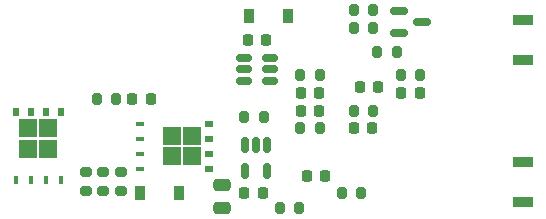
<source format=gtp>
%TF.GenerationSoftware,KiCad,Pcbnew,(6.0.5)*%
%TF.CreationDate,2022-09-08T00:21:15+12:00*%
%TF.ProjectId,OpenEFCS_electronics,4f70656e-4546-4435-935f-656c65637472,rev?*%
%TF.SameCoordinates,Original*%
%TF.FileFunction,Paste,Top*%
%TF.FilePolarity,Positive*%
%FSLAX46Y46*%
G04 Gerber Fmt 4.6, Leading zero omitted, Abs format (unit mm)*
G04 Created by KiCad (PCBNEW (6.0.5)) date 2022-09-08 00:21:15*
%MOMM*%
%LPD*%
G01*
G04 APERTURE LIST*
G04 Aperture macros list*
%AMRoundRect*
0 Rectangle with rounded corners*
0 $1 Rounding radius*
0 $2 $3 $4 $5 $6 $7 $8 $9 X,Y pos of 4 corners*
0 Add a 4 corners polygon primitive as box body*
4,1,4,$2,$3,$4,$5,$6,$7,$8,$9,$2,$3,0*
0 Add four circle primitives for the rounded corners*
1,1,$1+$1,$2,$3*
1,1,$1+$1,$4,$5*
1,1,$1+$1,$6,$7*
1,1,$1+$1,$8,$9*
0 Add four rect primitives between the rounded corners*
20,1,$1+$1,$2,$3,$4,$5,0*
20,1,$1+$1,$4,$5,$6,$7,0*
20,1,$1+$1,$6,$7,$8,$9,0*
20,1,$1+$1,$8,$9,$2,$3,0*%
G04 Aperture macros list end*
%ADD10RoundRect,0.200000X-0.200000X-0.275000X0.200000X-0.275000X0.200000X0.275000X-0.200000X0.275000X0*%
%ADD11RoundRect,0.150000X-0.512500X-0.150000X0.512500X-0.150000X0.512500X0.150000X-0.512500X0.150000X0*%
%ADD12RoundRect,0.225000X0.225000X0.250000X-0.225000X0.250000X-0.225000X-0.250000X0.225000X-0.250000X0*%
%ADD13RoundRect,0.225000X-0.225000X-0.250000X0.225000X-0.250000X0.225000X0.250000X-0.225000X0.250000X0*%
%ADD14R,1.700000X0.900000*%
%ADD15R,0.900000X1.200000*%
%ADD16RoundRect,0.200000X0.200000X0.275000X-0.200000X0.275000X-0.200000X-0.275000X0.200000X-0.275000X0*%
%ADD17R,1.500000X1.500000*%
%ADD18R,0.500000X0.750000*%
%ADD19R,0.400000X0.750000*%
%ADD20RoundRect,0.200000X-0.275000X0.200000X-0.275000X-0.200000X0.275000X-0.200000X0.275000X0.200000X0*%
%ADD21RoundRect,0.250000X-0.475000X0.250000X-0.475000X-0.250000X0.475000X-0.250000X0.475000X0.250000X0*%
%ADD22RoundRect,0.218750X0.218750X0.256250X-0.218750X0.256250X-0.218750X-0.256250X0.218750X-0.256250X0*%
%ADD23R,0.750000X0.500000*%
%ADD24R,0.750000X0.400000*%
%ADD25RoundRect,0.150000X-0.150000X0.512500X-0.150000X-0.512500X0.150000X-0.512500X0.150000X0.512500X0*%
%ADD26RoundRect,0.150000X-0.587500X-0.150000X0.587500X-0.150000X0.587500X0.150000X-0.587500X0.150000X0*%
G04 APERTURE END LIST*
D10*
%TO.C,R2*%
X171675000Y20000000D03*
X173325000Y20000000D03*
%TD*%
D11*
%TO.C,U3*%
X158362500Y21450000D03*
X158362500Y20500000D03*
X158362500Y19550000D03*
X160637500Y19550000D03*
X160637500Y20500000D03*
X160637500Y21450000D03*
%TD*%
D12*
%TO.C,C6*%
X159975000Y10000000D03*
X158425000Y10000000D03*
%TD*%
D13*
%TO.C,C8*%
X158725000Y23000000D03*
X160275000Y23000000D03*
%TD*%
D14*
%TO.C,SW1*%
X182000000Y12700000D03*
X182000000Y9300000D03*
%TD*%
D15*
%TO.C,D1*%
X158850000Y25000000D03*
X162150000Y25000000D03*
%TD*%
D14*
%TO.C,SW2*%
X182000000Y21300000D03*
X182000000Y24700000D03*
%TD*%
D16*
%TO.C,R20*%
X169325000Y17000000D03*
X167675000Y17000000D03*
%TD*%
D10*
%TO.C,R13*%
X163175000Y20000000D03*
X164825000Y20000000D03*
%TD*%
D13*
%TO.C,C1*%
X168225000Y19000000D03*
X169775000Y19000000D03*
%TD*%
D10*
%TO.C,R5*%
X158425000Y16500000D03*
X160075000Y16500000D03*
%TD*%
D12*
%TO.C,C12*%
X173275000Y18500000D03*
X171725000Y18500000D03*
%TD*%
D16*
%TO.C,R12*%
X169325000Y25500000D03*
X167675000Y25500000D03*
%TD*%
%TO.C,R10*%
X169325000Y24000000D03*
X167675000Y24000000D03*
%TD*%
D17*
%TO.C,Q3*%
X141850000Y15500000D03*
D18*
X141635000Y16905000D03*
D17*
X141850000Y13800000D03*
D18*
X139095000Y16905000D03*
D17*
X140150000Y13800000D03*
D18*
X142905000Y16905000D03*
D17*
X140150000Y15500000D03*
D18*
X140365000Y16905000D03*
D19*
X139095000Y11100000D03*
X140365000Y11100000D03*
X141635000Y11100000D03*
X142905000Y11100000D03*
%TD*%
D20*
%TO.C,R15*%
X145000000Y11825000D03*
X145000000Y10175000D03*
%TD*%
D21*
%TO.C,C15*%
X156500000Y10700000D03*
X156500000Y8800000D03*
%TD*%
D12*
%TO.C,C20*%
X169275000Y15500000D03*
X167725000Y15500000D03*
%TD*%
D10*
%TO.C,R11*%
X163175000Y15500000D03*
X164825000Y15500000D03*
%TD*%
%TO.C,R21*%
X166675000Y10000000D03*
X168325000Y10000000D03*
%TD*%
D22*
%TO.C,D2*%
X164787500Y17000000D03*
X163212500Y17000000D03*
%TD*%
D23*
%TO.C,Q2*%
X155405000Y13365000D03*
X155405000Y14635000D03*
X155405000Y15905000D03*
D17*
X154000000Y13150000D03*
X152300000Y13150000D03*
D23*
X155405000Y12095000D03*
D17*
X154000000Y14850000D03*
X152300000Y14850000D03*
D24*
X149600000Y15905000D03*
X149600000Y14635000D03*
X149600000Y13365000D03*
X149600000Y12095000D03*
%TD*%
D12*
%TO.C,C19*%
X165275000Y11500000D03*
X163725000Y11500000D03*
%TD*%
D20*
%TO.C,R18*%
X148000000Y11825000D03*
X148000000Y10175000D03*
%TD*%
D16*
%TO.C,R1*%
X163075000Y8750000D03*
X161425000Y8750000D03*
%TD*%
%TO.C,R8*%
X171325000Y22000000D03*
X169675000Y22000000D03*
%TD*%
D25*
%TO.C,U2*%
X160350000Y14137500D03*
X159400000Y14137500D03*
X158450000Y14137500D03*
X158450000Y11862500D03*
X160350000Y11862500D03*
%TD*%
D15*
%TO.C,D5*%
X149600000Y10000000D03*
X152900000Y10000000D03*
%TD*%
D26*
%TO.C,Q1*%
X171562500Y25450000D03*
X171562500Y23550000D03*
X173437500Y24500000D03*
%TD*%
D22*
%TO.C,D4*%
X150537500Y18000000D03*
X148962500Y18000000D03*
%TD*%
%TO.C,D3*%
X164787500Y18500000D03*
X163212500Y18500000D03*
%TD*%
D20*
%TO.C,R14*%
X146500000Y11825000D03*
X146500000Y10175000D03*
%TD*%
D10*
%TO.C,R16*%
X145925000Y18000000D03*
X147575000Y18000000D03*
%TD*%
M02*

</source>
